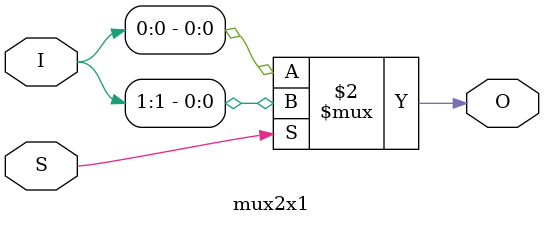
<source format=v>
module mux2x1(I,S,O);
input [1:0] I;
input S;
output O;
wire [1:0] r;
assign O=(S==0)?I[0]:I[1];
endmodule

</source>
